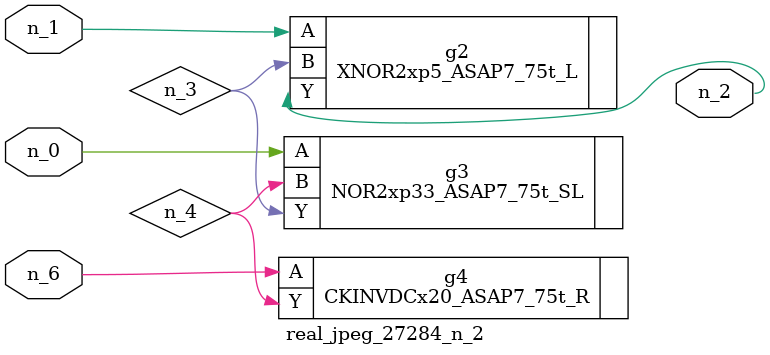
<source format=v>
module real_jpeg_27284_n_2 (n_6, n_1, n_0, n_2);

input n_6;
input n_1;
input n_0;

output n_2;

wire n_4;
wire n_3;

NOR2xp33_ASAP7_75t_SL g3 ( 
.A(n_0),
.B(n_4),
.Y(n_3)
);

XNOR2xp5_ASAP7_75t_L g2 ( 
.A(n_1),
.B(n_3),
.Y(n_2)
);

CKINVDCx20_ASAP7_75t_R g4 ( 
.A(n_6),
.Y(n_4)
);


endmodule
</source>
